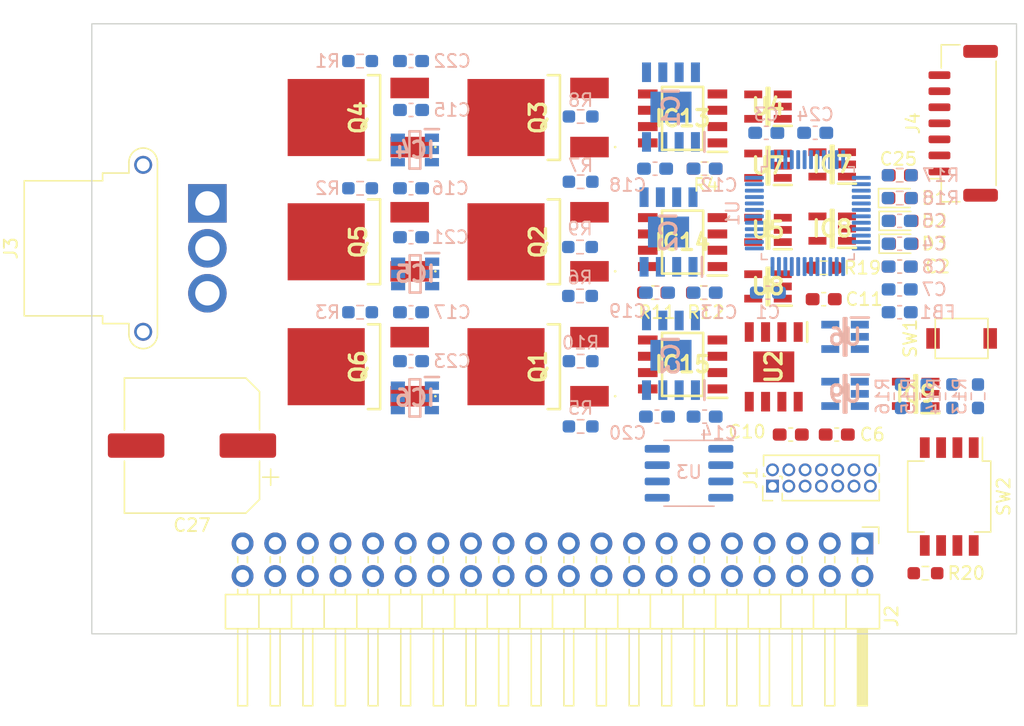
<source format=kicad_pcb>
(kicad_pcb (version 20221018) (generator pcbnew)
  (layers (0 "F.Cu" signal) (31 "B.Cu" signal) (34 "B.Paste" user) (35 "F.Paste" user) (36 "B.SilkS" user "B.Silkscreen") (37 "F.SilkS" user "F.Silkscreen") (38 "B.Mask" user) (39 "F.Mask" user) (44 "Edge.Cuts" user))
  (net 0 "")
  (net 1 "+3V3")
  (net 2 "GND")
  (net 3 "+3.3VADC")
  (net 4 "/MCU/NRST")
  (net 5 "/MCU/BOOT0")
  (net 6 "GNDPWR")
  (net 7 "+BATT")
  (net 8 "+12V")
  (net 9 "Net-(IC4-VINP)")
  (net 10 "Net-(IC5-VINP)")
  (net 11 "Net-(IC6-VINP)")
  (net 12 "/BRIDGE1/OUT")
  (net 13 "Net-(IC1-VB)")
  (net 14 "/BRIDGE2/OUT")
  (net 15 "Net-(IC2-VB)")
  (net 16 "/BRIDGE3/OUT")
  (net 17 "Net-(IC3-VB)")
  (net 18 "+3.3VA")
  (net 19 "/MCU/BATT_V")
  (net 20 "Net-(D1-K)")
  (net 21 "/LED_R")
  (net 22 "/LED_G")
  (net 23 "/LED_B")
  (net 24 "Net-(IC1-HO)")
  (net 25 "/BRIDGE1/HPWM_PWR")
  (net 26 "/BRIDGE1/LPWM_PWR")
  (net 27 "Net-(IC1-LO)")
  (net 28 "Net-(IC2-HO)")
  (net 29 "/BRIDGE2/HPWM_PWR")
  (net 30 "/BRIDGE2/LPWM_PWR")
  (net 31 "Net-(IC2-LO)")
  (net 32 "Net-(IC3-HO)")
  (net 33 "/BRIDGE3/HPWM_PWR")
  (net 34 "/BRIDGE3/LPWM_PWR")
  (net 35 "Net-(IC3-LO)")
  (net 36 "/BRIDGE1/I")
  (net 37 "/BRIDGE2/I")
  (net 38 "/BRIDGE3/I")
  (net 40 "/BRIDGE1/PWM")
  (net 41 "Net-(IC7-OUT_Y)")
  (net 43 "/BRIDGE2/PWM")
  (net 44 "Net-(IC8-OUT_Y)")
  (net 46 "/BRIDGE3/PWM")
  (net 47 "Net-(IC9-OUT_Y)")
  (net 48 "/BRIDGE1/HPWM")
  (net 49 "/BRIDGE1/LPWM")
  (net 50 "/BRIDGE2/HPWM")
  (net 51 "/BRIDGE2/LPWM")
  (net 52 "/BRIDGE3/HPWM")
  (net 53 "/BRIDGE3/LPWM")
  (net 54 "/MCU/SWDIO")
  (net 55 "/MCU/SWCLK")
  (net 56 "/MCU/SWO")
  (net 63 "/CANL")
  (net 64 "/CANH")
  (net 69 "+5V")
  (net 73 "/RM_ENC1")
  (net 74 "/RM_ENC2")
  (net 75 "Net-(Q1-G)")
  (net 76 "Net-(Q2-G)")
  (net 77 "Net-(Q3-G)")
  (net 78 "Net-(Q4-G)")
  (net 79 "Net-(Q5-G)")
  (net 80 "Net-(Q6-G)")
  (net 84 "/BRIDGE2/EN")
  (net 88 "/CAN/CAN_RX")
  (net 89 "/CAN/CAN_TX")
  (net 91 "/BRIDGE3/EN")
  (net 92 "/BRIDGE1/EN")
  (net 103 "Net-(J1-Pin_11)")
  (net 104 "/MCU/UART_TX")
  (net 105 "/MCU/UART_RX")
  (net 108 "OP_REF")
  (net 109 "/MCU/MODE1")
  (net 110 "/MCU/MODE2")
  (net 111 "/MCU/MODE3")
  (net 112 "/MCU/MODE4")
  (footprint "Resistor_SMD:R_0603_1608Metric_Pad0.98x0.95mm_HandSolder" (layer "F.Cu") (at 136.9315 82.36 180)
    (fp_text reference "R11" (at -0.1505 -1.524) (layer "F.SilkS"))
    (fp_text value "1k")
    (pad "1" smd roundrect (at -0.9125 0 180) (size 0.975 0.95) (layers "F.Cu" "F.Paste" "F.Mask") (net 108 "OP_REF"))
    (pad "2" smd roundrect (at 0.9125 0 180) (size 0.975 0.95) (layers "F.Cu" "F.Paste" "F.Mask") (net 18 "+3.3VA"))
  )
  (footprint "samacsys_lib:SOT95P275X140-5N" (layer "F.Cu") (at 145.726 77.474 180)
    (fp_text reference "U5" (at 0 0) (layer "F.SilkS") (effects (font (size 1.27 1.27) (thickness 0.254))))
    (fp_text value "74AHC1G08" hide)
    (pad "1" smd rect (at -1.15 -0.95 270) (size 0.6 1.4) (layers "F.Cu" "F.Paste" "F.Mask") (net 43 "/BRIDGE2/PWM"))
    (pad "2" smd rect (at -1.15 0 270) (size 0.6 1.4) (layers "F.Cu" "F.Paste" "F.Mask") (net 84 "/BRIDGE2/EN"))
    (pad "3" smd rect (at -1.15 0.95 270) (size 0.6 1.4) (layers "F.Cu" "F.Paste" "F.Mask") (net 2 "GND"))
    (pad "4" smd rect (at 1.15 0.95 270) (size 0.6 1.4) (layers "F.Cu" "F.Paste" "F.Mask") (net 50 "/BRIDGE2/HPWM"))
    (pad "5" smd rect (at 1.15 -0.95 270) (size 0.6 1.4) (layers "F.Cu" "F.Paste" "F.Mask") (net 1 "+3V3"))
  )
  (footprint "samacsys_lib:RD3P175SNFRATL" (layer "F.Cu") (at 127.576 78.399 90)
    (fp_text reference "Q2" (at 0 0.25 90) (layer "F.SilkS") (effects (font (size 1.27 1.27) (thickness 0.254))))
    (fp_text value "RD3L08BGNTL" hide)
    (pad "1" smd rect (at -2.3 4.25 90) (size 1.6 3) (layers "F.Cu" "F.Paste" "F.Mask") (net 76 "Net-(Q2-G)"))
    (pad "2" smd rect (at 0 -2.25 90) (size 6 6) (layers "F.Cu" "F.Paste" "F.Mask") (net 7 "+BATT"))
    (pad "3" smd rect (at 2.3 4.25 90) (size 1.6 3) (layers "F.Cu" "F.Paste" "F.Mask") (net 14 "/BRIDGE2/OUT"))
  )
  (footprint "samacsys_lib:SOIC127P600X175-8N" (layer "F.Cu") (at 139.076 68.794 180)
    (fp_text reference "IC13" (at 0 0) (layer "F.SilkS") (effects (font (size 1.27 1.27) (thickness 0.254))))
    (fp_text value "Si8620BB-B-IS" hide)
    (pad "1" smd rect (at -2.712 -1.905 270) (size 0.7 1.525) (layers "F.Cu" "F.Paste" "F.Mask") (net 1 "+3V3"))
    (pad "2" smd rect (at -2.712 -0.635 270) (size 0.7 1.525) (layers "F.Cu" "F.Paste" "F.Mask") (net 48 "/BRIDGE1/HPWM"))
    (pad "3" smd rect (at -2.712 0.635 270) (size 0.7 1.525) (layers "F.Cu" "F.Paste" "F.Mask") (net 49 "/BRIDGE1/LPWM"))
    (pad "4" smd rect (at -2.712 1.905 270) (size 0.7 1.525) (layers "F.Cu" "F.Paste" "F.Mask") (net 2 "GND"))
    (pad "5" smd rect (at 2.712 1.905 270) (size 0.7 1.525) (layers "F.Cu" "F.Paste" "F.Mask") (net 6 "GNDPWR"))
    (pad "6" smd rect (at 2.712 0.635 270) (size 0.7 1.525) (layers "F.Cu" "F.Paste" "F.Mask") (net 26 "/BRIDGE1/LPWM_PWR"))
    (pad "7" smd rect (at 2.712 -0.635 270) (size 0.7 1.525) (layers "F.Cu" "F.Paste" "F.Mask") (net 25 "/BRIDGE1/HPWM_PWR"))
    (pad "8" smd rect (at 2.712 -1.905 270) (size 0.7 1.525) (layers "F.Cu" "F.Paste" "F.Mask") (net 18 "+3.3VA"))
  )
  (footprint "samacsys_lib:SOIC127P600X100-9N" (layer "F.Cu") (at 146.171 88.136 -90)
    (fp_text reference "U2" (at 0 0 90) (layer "F.SilkS") (effects (font (size 1.27 1.27) (thickness 0.254))))
    (fp_text value "BDJ2FC0WEFJ-E2" hide)
    (pad "1" smd rect (at -2.712 -1.905) (size 0.7 1.525) (layers "F.Cu" "F.Paste" "F.Mask") (net 8 "+12V"))
    (pad "2" smd rect (at -2.712 -0.635) (size 0.7 1.525) (layers "F.Cu" "F.Paste" "F.Mask"))
    (pad "3" smd rect (at -2.712 0.635) (size 0.7 1.525) (layers "F.Cu" "F.Paste" "F.Mask") (net 6 "GNDPWR"))
    (pad "4" smd rect (at -2.712 1.905) (size 0.7 1.525) (layers "F.Cu" "F.Paste" "F.Mask"))
    (pad "5" smd rect (at 2.712 1.905) (size 0.7 1.525) (layers "F.Cu" "F.Paste" "F.Mask") (net 7 "+BATT"))
    (pad "6" smd rect (at 2.712 0.635) (size 0.7 1.525) (layers "F.Cu" "F.Paste" "F.Mask"))
    (pad "7" smd rect (at 2.712 -0.635) (size 0.7 1.525) (layers "F.Cu" "F.Paste" "F.Mask"))
    (pad "8" smd rect (at 2.712 -1.905) (size 0.7 1.525) (layers "F.Cu" "F.Paste" "F.Mask") (net 7 "+BATT"))
    (pad "9" smd rect (at 0 0 270) (size 2.4 3.2) (layers "F.Cu" "F.Paste" "F.Mask") (net 6 "GNDPWR"))
  )
  (footprint "samacsys_lib:SOT95P275X140-5N" (layer "F.Cu") (at 150.726 72.374 180)
    (fp_text reference "IC7" (at 0 0) (layer "F.SilkS") (effects (font (size 1.27 1.27) (thickness 0.254))))
    (fp_text value "TC7S14F,LF" hide)
    (pad "1" smd rect (at -1.15 -0.95 270) (size 0.6 1.4) (layers "F.Cu" "F.Paste" "F.Mask"))
    (pad "2" smd rect (at -1.15 0 270) (size 0.6 1.4) (layers "F.Cu" "F.Paste" "F.Mask") (net 40 "/BRIDGE1/PWM"))
    (pad "3" smd rect (at -1.15 0.95 270) (size 0.6 1.4) (layers "F.Cu" "F.Paste" "F.Mask") (net 2 "GND"))
    (pad "4" smd rect (at 1.15 0.95 270) (size 0.6 1.4) (layers "F.Cu" "F.Paste" "F.Mask") (net 41 "Net-(IC7-OUT_Y)"))
    (pad "5" smd rect (at 1.15 -0.95 270) (size 0.6 1.4) (layers "F.Cu" "F.Paste" "F.Mask") (net 1 "+3V3"))
  )
  (footprint "samacsys_lib:SOIC127P600X175-8N" (layer "F.Cu") (at 139.076 78.424 180)
    (fp_text reference "IC14" (at 0 0) (layer "F.SilkS") (effects (font (size 1.27 1.27) (thickness 0.254))))
    (fp_text value "Si8620BB-B-IS" hide)
    (pad "1" smd rect (at -2.712 -1.905 270) (size 0.7 1.525) (layers "F.Cu" "F.Paste" "F.Mask") (net 1 "+3V3"))
    (pad "2" smd rect (at -2.712 -0.635 270) (size 0.7 1.525) (layers "F.Cu" "F.Paste" "F.Mask") (net 50 "/BRIDGE2/HPWM"))
    (pad "3" smd rect (at -2.712 0.635 270) (size 0.7 1.525) (layers "F.Cu" "F.Paste" "F.Mask") (net 51 "/BRIDGE2/LPWM"))
    (pad "4" smd rect (at -2.712 1.905 270) (size 0.7 1.525) (layers "F.Cu" "F.Paste" "F.Mask") (net 2 "GND"))
    (pad "5" smd rect (at 2.712 1.905 270) (size 0.7 1.525) (layers "F.Cu" "F.Paste" "F.Mask") (net 6 "GNDPWR"))
    (pad "6" smd rect (at 2.712 0.635 270) (size 0.7 1.525) (layers "F.Cu" "F.Paste" "F.Mask") (net 30 "/BRIDGE2/LPWM_PWR"))
    (pad "7" smd rect (at 2.712 -0.635 270) (size 0.7 1.525) (layers "F.Cu" "F.Paste" "F.Mask") (net 29 "/BRIDGE2/HPWM_PWR"))
    (pad "8" smd rect (at 2.712 -1.905 270) (size 0.7 1.525) (layers "F.Cu" "F.Paste" "F.Mask") (net 18 "+3.3VA"))
  )
  (footprint "Capacitor_SMD:C_0603_1608Metric_Pad1.08x0.95mm_HandSolder" (layer "F.Cu") (at 147.496 93.409)
    (fp_text reference "C10" (at -3.4025 -0.22) (layer "F.SilkS"))
    (fp_text value "1u")
    (pad "1" smd roundrect (at -0.8625 0) (size 1.075 0.95) (layers "F.Cu" "F.Paste" "F.Mask") (net 6 "GNDPWR"))
    (pad "2" smd roundrect (at 0.8625 0) (size 1.075 0.95) (layers "F.Cu" "F.Paste" "F.Mask") (net 7 "+BATT"))
  )
  (footprint "d_robo_lib:AMASS_MR30PW-FB_1x03_P3.50mm_Horizontal" (layer "F.Cu") (at 102.076 75.408 90)
    (fp_text reference "J3" (at -3.5 -15.3 90) (layer "F.SilkS"))
    (fp_text value "BLMD_OUT")
    (pad "" thru_hole circle (at -10 -5 90) (size 1.4 1.4) (drill 1) (layers "*.Cu" "*.Mask"))
    (pad "" thru_hole circle (at 3 -5 180) (size 1.4 1.4) (drill 1) (layers "*.Cu" "*.Mask"))
    (pad "1" thru_hole rect (at 0 0 90) (size 3 3) (drill 1.9) (layers "*.Cu" "*.Mask") (net 12 "/BRIDGE1/OUT"))
    (pad "2" thru_hole circle (at -3.5 0 90) (size 3 3) (drill 1.9) (layers "*.Cu" "*.Mask") (net 14 "/BRIDGE2/OUT"))
    (pad "3" thru_hole circle (at -7 0 90) (size 3 3) (drill 1.9) (layers "*.Cu" "*.Mask") (net 16 "/BRIDGE3/OUT"))
  )
  (footprint "samacsys_lib:RD3P175SNFRATL" (layer "F.Cu") (at 113.576 78.399 90)
    (fp_text reference "Q5" (at 0 0.25 90) (layer "F.SilkS") (effects (font (size 1.27 1.27) (thickness 0.254))))
    (fp_text value "RD3L08BGNTL" hide)
    (pad "1" smd rect (at -2.3 4.25 90) (size 1.6 3) (layers "F.Cu" "F.Paste" "F.Mask") (net 79 "Net-(Q5-G)"))
    (pad "2" smd rect (at 0 -2.25 90) (size 6 6) (layers "F.Cu" "F.Paste" "F.Mask") (net 14 "/BRIDGE2/OUT"))
    (pad "3" smd rect (at 2.3 4.25 90) (size 1.6 3) (layers "F.Cu" "F.Paste" "F.Mask") (net 10 "Net-(IC5-VINP)"))
  )
  (footprint "samacsys_lib:RD3P175SNFRATL" (layer "F.Cu") (at 127.576 88.124 90)
    (fp_text reference "Q1" (at 0 0.25 90) (layer "F.SilkS") (effects (font (size 1.27 1.27) (thickness 0.254))))
    (fp_text value "RD3L08BGNTL" hide)
    (pad "1" smd rect (at -2.3 4.25 90) (size 1.6 3) (layers "F.Cu" "F.Paste" "F.Mask") (net 75 "Net-(Q1-G)"))
    (pad "2" smd rect (at 0 -2.25 90) (size 6 6) (layers "F.Cu" "F.Paste" "F.Mask") (net 7 "+BATT"))
    (pad "3" smd rect (at 2.3 4.25 90) (size 1.6 3) (layers "F.Cu" "F.Paste" "F.Mask") (net 12 "/BRIDGE1/OUT"))
  )
  (footprint "Capacitor_SMD:C_0603_1608Metric_Pad1.08x0.95mm_HandSolder" (layer "F.Cu") (at 155.9785 80.328)
    (fp_text reference "C2" (at 2.9475 0) (layer "F.SilkS"))
    (fp_text value "100n")
    (pad "1" smd roundrect (at -0.8625 0) (size 1.075 0.95) (layers "F.Cu" "F.Paste" "F.Mask") (net 1 "+3V3"))
    (pad "2" smd roundrect (at 0.8625 0) (size 1.075 0.95) (layers "F.Cu" "F.Paste" "F.Mask") (net 2 "GND"))
  )
  (footprint "samacsys_lib:RD3P175SNFRATL" (layer "F.Cu") (at 113.576 88.124 90)
    (fp_text reference "Q6" (at 0 0.25 90) (layer "F.SilkS") (effects (font (size 1.27 1.27) (thickness 0.254))))
    (fp_text value "RD3L08BGNTL" hide)
    (pad "1" smd rect (at -2.3 4.25 90) (size 1.6 3) (layers "F.Cu" "F.Paste" "F.Mask") (net 80 "Net-(Q6-G)"))
    (pad "2" smd rect (at 0 -2.25 90) (size 6 6) (layers "F.Cu" "F.Paste" "F.Mask") (net 16 "/BRIDGE3/OUT"))
    (pad "3" smd rect (at 2.3 4.25 90) (size 1.6 3) (layers "F.Cu" "F.Paste" "F.Mask") (net 11 "Net-(IC6-VINP)"))
  )
  (footprint "Capacitor_SMD:C_0603_1608Metric_Pad1.08x0.95mm_HandSolder" (layer "F.Cu") (at 150.0625 82.868)
    (fp_text reference "C11" (at 3.1485 0) (layer "F.SilkS"))
    (fp_text value "1u")
    (pad "1" smd roundrect (at -0.8625 0) (size 1.075 0.95) (layers "F.Cu" "F.Paste" "F.Mask") (net 6 "GNDPWR"))
    (pad "2" smd roundrect (at 0.8625 0) (size 1.075 0.95) (layers "F.Cu" "F.Paste" "F.Mask") (net 8 "+12V"))
  )
  (footprint "Resistor_SMD:R_0603_1608Metric_Pad0.98x0.95mm_HandSolder" (layer "F.Cu") (at 150.0625 80.424)
    (fp_text reference "R19" (at 3.0135 0) (layer "F.SilkS"))
    (fp_text value "1k")
    (pad "1" smd roundrect (at -0.9125 0) (size 0.975 0.95) (layers "F.Cu" "F.Paste" "F.Mask") (net 2 "GND"))
    (pad "2" smd roundrect (at 0.9125 0) (size 0.975 0.95) (layers "F.Cu" "F.Paste" "F.Mask") (net 20 "Net-(D1-K)"))
  )
  (footprint "Resistor_SMD:R_0603_1608Metric_Pad0.98x0.95mm_HandSolder" (layer "F.Cu") (at 140.7885 72.708 180)
    (fp_text reference "R4" (at -0.1035 -1.27) (layer "F.SilkS"))
    (fp_text value "10k")
    (pad "1" smd roundrect (at -0.9125 0 180) (size 0.975 0.95) (layers "F.Cu" "F.Paste" "F.Mask") (net 2 "GND"))
    (pad "2" smd roundrect (at 0.9125 0 180) (size 0.975 0.95) (layers "F.Cu" "F.Paste" "F.Mask") (net 5 "/MCU/BOOT0"))
  )
  (footprint "samacsys_lib:SOIC127P600X175-8N" (layer "F.Cu") (at 139.076 87.949 180)
    (fp_text reference "IC15" (at 0 0) (layer "F.SilkS") (effects (font (size 1.27 1.27) (thickness 0.254))))
    (fp_text value "Si8620BB-B-IS" hide)
    (pad "1" smd rect (at -2.712 -1.905 270) (size 0.7 1.525) (layers "F.Cu" "F.Paste" "F.Mask") (net 1 "+3V3"))
    (pad "2" smd rect (at -2.712 -0.635 270) (size 0.7 1.525) (layers "F.Cu" "F.Paste" "F.Mask") (net 52 "/BRIDGE3/HPWM"))
    (pad "3" smd rect (at -2.712 0.635 270) (size 0.7 1.525) (layers "F.Cu" "F.Paste" "F.Mask") (net 53 "/BRIDGE3/LPWM"))
    (pad "4" smd rect (at -2.712 1.905 270) (size 0.7 1.525) (layers "F.Cu" "F.Paste" "F.Mask") (net 2 "GND"))
    (pad "5" smd rect (at 2.712 1.905 270) (size 0.7 1.525) (layers "F.Cu" "F.Paste" "F.Mask") (net 6 "GNDPWR"))
    (pad "6" smd rect (at 2.712 0.635 270) (size 0.7 1.525) (layers "F.Cu" "F.Paste" "F.Mask") (net 34 "/BRIDGE3/LPWM_PWR"))
    (pad "7" smd rect (at 2.712 -0.635 270) (size 0.7 1.525) (layers "F.Cu" "F.Paste" "F.Mask") (net 33 "/BRIDGE3/HPWM_PWR"))
    (pad "8" smd rect (at 2.712 -1.905 270) (size 0.7 1.525) (layers "F.Cu" "F.Paste" "F.Mask") (net 18 "+3.3VA"))
  )
  (footprint "samacsys_lib:RD3P175SNFRATL" (layer "F.Cu") (at 113.576 68.724 90)
    (fp_text reference "Q4" (at 0 0.25 90) (layer "F.SilkS") (effects (font (size 1.27 1.27) (thickness 0.254))))
    (fp_text value "RD3L08BGNTL" hide)
    (pad "1" smd rect (at -2.3 4.25 90) (size 1.6 3) (layers "F.Cu" "F.Paste" "F.Mask") (net 78 "Net-(Q4-G)"))
    (pad "2" smd rect (at 0 -2.25 90) (size 6 6) (layers "F.Cu" "F.Paste" "F.Mask") (net 12 "/BRIDGE1/OUT"))
    (pad "3" smd rect (at 2.3 4.25 90) (size 1.6 3) (layers "F.Cu" "F.Paste" "F.Mask") (net 9 "Net-(IC4-VINP)"))
  )
  (footprint "Capacitor_SMD:C_0603_1608Metric_Pad1.08x0.95mm_HandSolder" (layer "F.Cu") (at 151.0785 93.409)
    (fp_text reference "C6" (at 2.7675 0) (layer "F.SilkS"))
    (fp_text value "100n")
    (pad "1" smd roundrect (at -0.8625 0) (size 1.075 0.95) (layers "F.Cu" "F.Paste" "F.Mask") (net 4 "/MCU/NRST"))
    (pad "2" smd roundrect (at 0.8625 0) (size 1.075 0.95) (layers "F.Cu" "F.Paste" "F.Mask") (net 2 "GND"))
  )
  (footprint "LED_SMD:LED_0603_1608Metric_Pad1.05x0.95mm_HandSolder" (layer "F.Cu") (at 156.03707 78.55)
    (fp_text reference "D3" (at 2.63493 0) (layer "F.SilkS"))
    (fp_text value "blue")
    (pad "1" smd roundrect (at -0.875 0) (size 1.05 0.95) (layers "F.Cu" "F.Paste" "F.Mask") (net 20 "Net-(D1-K)"))
    (pad "2" smd roundrect (at 0.875 0) (size 1.05 0.95) (layers "F.Cu" "F.Paste" "F.Mask") (net 23 "/LED_B"))
  )
  (footprint "Connector_JST:JST_GH_SM07B-GHS-TB_1x07-1MP_P1.25mm_Horizontal" (layer "F.Cu") (at 160.926 69.174 90)
    (fp_text reference "J4" (at 0 -3.9 90) (layer "F.SilkS"))
    (fp_text value "Conn_01x07_MountingPin")
    (pad "1" smd roundrect (at -3.75 -1.85 90) (size 0.6 1.7) (layers "F.Cu" "F.Paste" "F.Mask"))
    (pad "2" smd roundrect (at -2.5 -1.85 90) (size 0.6 1.7) (layers "F.Cu" "F.Paste" "F.Mask"))
    (pad "3" smd roundrect (at -1.25 -1.85 90) (size 0.6 1.7) (layers "F.Cu" "F.Paste" "F.Mask"))
    (pad "4" smd roundrect (at 0 -1.85 90) (size 0.6 1.7) (layers "F.Cu" "F.Paste" "F.Mask") (net 73 "/RM_ENC1"))
    (pad "5" smd roundrect (at 1.25 -1.85 90) (size 0.6 1.7) (layers "F.Cu" "F.Paste" "F.Mask") (net 2 "GND"))
    (pad "6" smd roundrect (at 2.5 -1.85 90) (size 0.6 1.7) (layers "F.Cu" "F.Paste" "F.Mask") (net 74 "/RM_ENC2"))
    (pad "7" smd roundrect (at 3.75 -1.85 90) (size 0.6 1.7) (layers "F.Cu" "F.Paste" "F.Mask") (net 1 "+3V3"))
    (pad "MP" smd roundrect (at -5.6 1.35 90) (size 1 2.7) (layers "F.Cu" "F.Paste" "F.Mask") (net 2 "GND"))
    (pad "MP" smd roundrect (at 5.6 1.35 90) (size 1 2.7) (layers "F.Cu" "F.Paste" "F.Mask") (net 2 "GND"))
  )
  (footprint "Capacitor_SMD:C_0603_1608Metric_Pad1.08x0.95mm_HandSolder" (layer "F.Cu") (at 155.991 73.216)
    (fp_text reference "C25" (at -0.113 -1.27) (layer "F.SilkS"))
    (fp_text value "100n")
    (pad "1" smd roundrect (at -0.8625 0) (size 1.075 0.95) (layers "F.Cu" "F.Paste" "F.Mask") (net 19 "/MCU/BATT_V"))
    (pad "2" smd roundrect (at 0.8625 0) (size 1.075 0.95) (layers "F.Cu" "F.Paste" "F.Mask") (net 6 "GNDPWR"))
  )
  (footprint "samacsys_lib:RD3P175SNFRATL" (layer "F.Cu") (at 127.576 68.724 90)
    (fp_text reference "Q3" (at 0 0.25 90) (layer "F.SilkS") (effects (font (size 1.27 1.27) (thickness 0.254))))
    (fp_text value "RD3L08BGNTL" hide)
    (pad "1" smd rect (at -2.3 4.25 90) (size 1.6 3) (layers "F.Cu" "F.Paste" "F.Mask") (net 77 "Net-(Q3-G)"))
    (pad "2" smd rect (at 0 -2.25 90) (size 6 6) (layers "F.Cu" "F.Paste" "F.Mask") (net 7 "+BATT"))
    (pad "3" smd rect (at 2.3 4.25 90) (size 1.6 3) (layers "F.Cu" "F.Paste" "F.Mask") (net 16 "/BRIDGE3/OUT"))
  )
  (footprint "samacsys_lib:SOT95P275X140-5N" (layer "F.Cu") (at 145.726 67.874 180)
    (fp_text reference "U4" (at 0 0) (layer "F.SilkS") (effects (font (size 1.27 1.27) (thickness 0.254))))
    (fp_text value "74AHC1G08" hide)
    (pad "1" smd rect (at -1.15 -0.95 270) (size 0.6 1.4) (layers "F.Cu" "F.Paste" "F.Mask") (net 40 "/BRIDGE1/PWM"))
    (pad "2" smd rect (at -1.15 0 270) (size 0.6 1.4) (layers "F.Cu" "F.Paste" "F.Mask") (net 92 "/BRIDGE1/EN"))
    (pad "3" smd rect (at -1.15 0.95 270) (size 0.6 1.4) (layers "F.Cu" "F.Paste" "F.Mask") (net 2 "GND"))
    (pad "4" smd rect (at 1.15 0.95 270) (size 0.6 1.4) (layers "F.Cu" "F.Paste" "F.Mask") (net 48 "/BRIDGE1/HPWM"))
    (pad "5" smd rect (at 1.15 -0.95 270) (size 0.6 1.4) (layers "F.Cu" "F.Paste" "F.Mask") (net 1 "+3V3"))
  )
  (footprint "Resistor_SMD:R_0603_1608Metric_Pad0.98x0.95mm_HandSolder" (layer "F.Cu") (at 140.7415 82.36)
    (fp_text reference "R12" (at 0.1505 1.524) (layer "F.SilkS"))
    (fp_text value "1k")
    (pad "1" smd roundrect (at -0.9125 0) (size 0.975 0.95) (layers "F.Cu" "F.Paste" "F.Mask") (net 6 "GNDPWR"))
    (pad "2" smd roundrect (at 0.9125 0) (size 0.975 0.95) (layers "F.Cu" "F.Paste" "F.Mask") (net 108 "OP_REF"))
  )
  (footprint "Connector_PinHeader_2.54mm:PinHeader_2x20_P2.54mm_Horizontal" (layer "F.Cu") (at 153.076 101.884 -90)
    (fp_text reference "J2" (at 5.655 -2.27 90) (layer "F.SilkS"))
    (fp_text value "Conn_02x20_Odd_Even")
    (pad "1" thru_hole rect (at 0 0 270) (size 1.7 1.7) (drill 1) (layers "*.Cu" "*.Mask"))
    (pad "2" thru_hole oval (at 2.54 0 270) (size 1.7 1.7) (drill 1) (layers "*.Cu" "*.Mask"))
    (pad "3" thru_hole oval (at 0 2.54 270) (size 1.7 1.7) (drill 1) (layers "*.Cu" "*.Mask"))
    (pad "4" thru_hole oval (at 2.54 2.54 270) (size 1.7 1.7) (drill 1) (layers "*.Cu" "*.Mask"))
    (pad "5" thru_hole oval (at 0 5.08 270) (size 1.7 1.7) (drill 1) (layers "*.Cu" "*.Mask"))
    (pad "6" thru_hole oval (at 2.54 5.08 270) (size 1.7 1.7) (drill 1) (layers "*.Cu" "*.Mask"))
    (pad "7" thru_hole oval (at 0 7.62 270) (size 1.7 1.7) (drill 1) (layers "*.Cu" "*.Mask") (net 63 "/CANL"))
    (pad "8" thru_hole oval (at 2.54 7.62 270) (size 1.7 1.7) (drill 1) (layers "*.Cu" "*.Mask") (net 63 "/CANL"))
    (pad "9" thru_hole oval (at 0 10.16 270) (size 1.7 1.7) (drill 1) (layers "*.Cu" "*.Mask") (net 64 "/CANH"))
    (pad "10" thru_hole oval (at 2.54 10.16 270) (size 1.7 1.7) (drill 1) (layers "*.Cu" "*.Mask") (net 64 "/CANH"))
    (pad "11" thru_hole oval (at 0 12.7 270) (size 1.7 1.7) (drill 1) (layers "*.Cu" "*.Mask") (net 1 "+3V3"))
    (pad "12" thru_hole oval (at 2.54 12.7 270) (size 1.7 1.7) (drill 1) (layers "*.Cu" "*.Mask") (net 1 "+3V3"))
    (pad "13" thru_hole oval (at 0 15.24 270) (size 1.7 1.7) (drill 1) (layers "*.Cu" "*.Mask"))
    (pad "14" thru_hole oval (at 2.54 15.24 270) (size 1.7 1.7) (drill 1) (layers "*.Cu" "*.Mask"))
    (pad "15" thru_hole oval (at 0 17.78 270) (size 1.7 1.7) (drill 1) (layers "*.Cu" "*.Mask"))
    (pad "16" thru_hole oval (at 2.54 17.78 270) (size 1.7 1.7) (drill 1) (layers "*.Cu" "*.Mask"))
    (pad "17" thru_hole oval (at 0 20.32 270) (size 1.7 1.7) (drill 1) (layers "*.Cu" "*.Mask") (net 69 "+5V"))
    (pad "18" thru_hole oval (at 2.54 20.32 270) (size 1.7 1.7) (drill 1) (layers "*.Cu" "*.Mask") (net 69 "+5V"))
    (pad "19" thru_hole oval (at 0 22.86 270) (size 1.7 1.7) (drill 1) (layers "*.Cu" "*.Mask") (net 2 "GND"))
    (pad "20" thru_hole oval (at 2.54 22.86 270) (size 1.7 1.7) (drill 1) (layers "*.Cu" "*.Mask") (net 2 "GND"))
    (pad "21" thru_hole oval (at 0 25.4 270) (size 1.7 1.7) (drill 1) (layers "*.Cu" "*.Mask") (net 7 "+BATT"))
    (pad "22" thru_hole oval (at 2.54 25.4 270) (size 1.7 1.7) (drill 1) (layers "*.Cu" "*.Mask") (net 7 "+BATT"))
    (pad "23" thru_hole oval (at 0 27.94 270) (size 1.7 1.7) (drill 1) (layers "*.Cu" "*.Mask") (net 7 "+BATT"))
    (pad "24" thru_hole oval (at 2.54 27.94 270) (size 1.7 1.7) (drill 1) (layers "*.Cu" "*.Mask") (net 7 "+BATT"))
    (pad "25" thru_hole oval (at 0 30.48 270) (size 1.7 1.7) (drill 1) (layers "*.Cu" "*.Mask") (net 7 "+BATT"))
    (pad "26" thru_hole oval (at 2.54 30.48 270) (size 1.7 1.7) (drill 1) (layers "*.Cu" "*.Mask") (net 7 "+BATT"))
    (pad "27" thru_hole oval (at 0 33.02 270) (size 1.7 1.7) (drill 1) (layers "*.Cu" "*.Mask") (net 7 "+BATT"))
    (pad "28" thru_hole oval (at 2.54 33.02 270) (size 1.7 1.7) (drill 1) (layers "*.Cu" "*.Mask") (net 7 "+BATT"))
    (pad "29" thru_hole oval (at 0 35.56 270) (size 1.7 1.7) (drill 1) (layers "*.Cu" "*.Mask") (net 7 "+BATT"))
    (pad "30" thru_hole oval (at 2.54 35.56 270) (size 1.7 1.7) (drill 1) (layers "*.Cu" "*.Mask") (net 7 "+BATT"))
    (pad "31" thru_hole oval (at 0 38.1 270) (size 1.7 1.7) (drill 1) (layers "*.Cu" "*.Mask") (net 6 "GNDPWR"))
    (pad "32" thru_hole oval (at 2.54 38.1 270) (size 1.7 1.7) (drill 1) (layers "*.Cu" "*.Mask") (net 6 "GNDPWR"))
    (pad "33" thru_hole oval (at 0 40.64 270) (size 1.7 1.7) (drill 1) (layers "*.Cu" "*.Mask") (net 6 "GNDPWR"))
    (pad "34" thru_hole oval (at 2.54 40.64 270) (size 1.7 1.7) (drill 1) (layers "*.Cu" "*.Mask") (net 6 "GNDPWR"))
    (pad "35" thru_hole oval (at 0 43.18 270) (size 1.7 1.7) (drill 1) (layers "*.Cu" "*.Mask") (net 6 "GNDPWR"))
    (pad "36" thru_hole oval (at 2.54 43.18 270) (size 1.7 1.7) (drill 1) (layers "*.Cu" "*.Mask") (net 6 "GNDPWR"))
    (pad "37" thru_hole oval (at 0 45.72 270) (size 1.7 1.7) (drill 1) (layers "*.Cu" "*.Mask") (net 6 "GNDPWR"))
    (pad "38" thru_hole oval (at 2.54 45.72 270) (size 1.7 1.7) (drill 1) (layers "*.Cu" "*.Mask") (net 6 "GNDPWR"))
    (pad "39" thru_hole oval (at 0 48.26 270) (size 1.7 1.7) (drill 1) (layers "*.Cu" "*.Mask") (net 6 "GNDPWR"))
    (pad "40" thru_hole oval (at 2.54 48.26 270) (size 1.7 1.7) (drill 1) (layers "*.Cu" "*.Mask") (net 6 "GNDPWR"))
  )
  (footprint "d_robo_lib:TVAF06-A020B-R" (layer "F.Cu") (at 160.801 85.924 -90)
    (fp_text reference "SW1" (at 0 4 90) (layer "F.SilkS"))
    (fp_text value "SW_Push")
    (pad "" np_thru_hole circle (at -0.9 0 270) (size 0.75 0.75) (drill 0.75) (layers "*.Cu" "*.Mask"))
    (pad "" np_thru_hole circle (at 0.9 0 270) (size 0.75 0.75) (drill 0.75) (layers "*.Cu" "*.Mask"))
    (pad "1" smd rect (at 0 -2.225 270) (size 1.6 1.05) (layers "F.Cu" "F.Paste" "F.Mask") (net 2 "GND"))
    (pad "2" smd rect (at 0 2.225 270) (size 1.6 1.05) (layers "F.Cu" "F.Paste" "F.Mask") (net 4 "/MCU/NRST"))
  )
  (footprint "Button_Switch_SMD:SW_DIP_SPSTx04_Slide_Copal_CHS-04B_W7.62mm_P1.27mm" (layer "F.Cu") (at 159.838 98.234 -90)
    (fp_text reference "SW2" (at 0 -4.235 90) (layer "F.SilkS"))
    (fp_text value "SW_DIP_x04")
    (pad "1" smd rect (at -3.81 -1.905 270) (size 1.6 0.76) (layers "F.Cu" "F.Paste" "F.Mask") (net 109 "/MCU/MODE1"))
    (pad "2" smd rect (at -3.81 -0.635 270) (size 1.6 0.76) (layers "F.Cu" "F.Paste" "F.Mask") (net 110 "/MCU/MODE2"))
    (pad "3" smd rect (at -3.81 0.635 270) (size 1.6 0.76) (layers "F.Cu" "F.Paste" "F.Mask") (net 111 "/MCU/MODE3"))
    (pad "4" smd rect (at -3.81 1.905 270) (size 1.6 0.76) (layers "F.Cu" "F.Paste" "F.Mask") (net 112 "/MCU/MODE4"))
    (pad "5" smd rect (at 3.81 1.905 270) (size 1.6 0.76) (layers "F.Cu" "F.Paste" "F.Mask") (net 2 "GND"))
    (pad "6" smd rect (at 3.81 0.635 270) (size 1.6 0.76) (layers "F.Cu" "F.Paste" "F.Mask") (net 2 "GND"))
    (pad "7" smd rect (at 3.81 -0.635 270) (size 1.6 0.76) (layers "F.Cu" "F.Paste" "F.Mask") (net 2 "GND"))
    (pad "8" smd rect (at 3.81 -1.905 270) (size 1.6 0.76) (layers "F.Cu" "F.Paste" "F.Mask") (net 2 "GND"))
  )
  (footprint "Resistor_SMD:R_0603_1608Metric_Pad0.98x0.95mm_HandSolder" (layer "F.Cu") (at 157.988 104.204 180)
    (fp_text reference "R20" (at -3.175 0) (layer "F.SilkS"))
    (fp_text value "100")
    (pad "1" smd roundrect (at -0.9125 0 180) (size 0.975 0.95) (layers "F.Cu" "F.Paste" "F.Mask") (net 2 "GND"))
    (pad "2" smd roundrect (at 0.9125 0 180) (size 0.975 0.95) (layers "F.Cu" "F.Paste" "F.Mask") (net 103 "Net-(J1-Pin_11)"))
  )
  (footprint "samacsys_lib:SOT95P275X140-5N" (layer "F.Cu") (at 150.726 77.374 180)
    (fp_text reference "IC8" (at 0 0) (layer "F.SilkS") (effects (font (size 1.27 1.27) (thickness 0.254))))
    (fp_text value "TC7S14F,LF" hide)
    (pad "1" smd rect (at -1.15 -0.95 270) (size 0.6 1.4) (layers "F.Cu" "F.Paste" "F.Mask"))
    (pad "2" smd rect (at -1.15 0 270) (size 0.6 1.4) (layers "F.Cu" "F.Paste" "F.Mask") (net 43 "/BRIDGE2/PWM"))
    (pad "3" smd rect (at -1.15 0.95 270) (size 0.6 1.4) (layers "F.Cu" "F.Paste" "F.Mask") (net 2 "GND"))
    (pad "4" smd rect (at 1.15 0.95 270) (size 0.6 1.4) (layers "F.Cu" "F.Paste" "F.Mask") (net 44 "Net-(IC8-OUT_Y)"))
    (pad "5" smd rect (at 1.15 -0.95 270) (size 0.6 1.4) (layers "F.Cu" "F.Paste" "F.Mask") (net 1 "+3V3"))
  )
  (footprint "samacsys_lib:SOT95P275X140-5N" (layer "F.Cu") (at 157.226 90.239 180)
    (fp_text reference "IC9" (at 0 0) (layer "F.SilkS") (effects (font (size 1.27 1.27) (thickness 0.254))))
    (fp_text value "TC7S14F,LF" hide)
    (pad "1" smd rect (at -1.15 -0.95 270) (size 0.6 1.4) (layers "F.Cu" "F.Paste" "F.Mask"))
    (pad "2" smd rect (at -1.15 0 270) (size 0.6 1.4) (layers "F.Cu" "F.Paste" "F.Mask") (net 46 "/BRIDGE3/PWM"))
    (pad "3" smd rect (at -1.15 0.95 270) (size 0.6 1.4) (layers "F.Cu" "F.Paste" "F.Mask") (net 2 "GND"))
    (pad "4" smd rect (at 1.15 0.95 270) (size 0.6 1.4) (layers "F.Cu" "F.Paste" "F.Mask") (net 47 "Net-(IC9-OUT_Y)"))
    (pad "5" smd rect (at 1.15 -0.95 270) (size 0.6 1.4) (layers "F.Cu" "F.Paste" "F.Mask") (net 1 "+3V3"))
  )
  (footprint "LED_SMD:LED_0603_1608Metric_Pad1.05x0.95mm_HandSolder" (layer "F.Cu") (at 156.03707 76.772)
    (fp_text reference "D2" (at 2.63493 0) (layer "F.SilkS"))
    (fp_text value "green")
    (pad "1" smd roundrect (at -0.875 0) (size 1.05 0.95) (layers "F.Cu" "F.Paste" "F.Mask") (net 20 "Net-(D1-K)"))
    (pad "2" smd roundrect (at 0.875 0) (size 1.05 0.95) (layers "F.Cu" "F.Paste" "F.Mask") (net 22 "/LED_G"))
  )
  (footprint "LED_SMD:LED_0603_1608Metric_Pad1.05x0.95mm_HandSolder" (layer "F.Cu") (at 155.991 74.994)
    (fp_text reference "D1" (at 2.681 0) (layer "F.SilkS"))
    (fp_text value "red")
    (pad "1" smd roundrect (at -0.875 0) (size 1.05 0.95) (layers "F.Cu" "F.Paste" "F.Mask") (net 20 "Net-(D1-K)"))
    (pad "2" smd roundrect (at 0.875 0) (size 1.05 0.95) (layers "F.Cu" "F.Paste" "F.Mask") (net 21 "/LED_R"))
  )
  (footprint "Connector_PinHeader_1.27mm:PinHeader_2x07_P1.27mm_Vertical" (layer "F.Cu") (at 146.076 97.424 90)
    (fp_text reference "J1" (at 0.635 -1.695 90) (layer "F.SilkS"))
    (fp_text value "Conn_02x07_Odd_Even")
    (pad "1" thru_hole rect (at 0 0 90) (size 1 1) (drill 0.65) (layers "*.Cu" "*.Mask"))
    (pad "2" thru_hole oval (at 1.27 0 90) (size 1 1) (drill 0.65) (layers "*.Cu" "*.Mask"))
    (pad "3" thru_hole oval (at 0 1.27 90) (size 1 1) (drill 0.65) (layers "*.Cu" "*.Mask") (net 1 "+3V3"))
    (pad "4" thru_hole oval (at 1.27 1.27 90) (size 1 1) (drill 0.65) (layers "*.Cu" "*.Mask") (net 54 "/MCU/SWDIO"))
    (pad "5" thru_hole oval (at 0 2.54 90) (size 1 1) (drill 0.65) (layers "*.Cu" "*.Mask") (net 2 "GND"))
    (pad "6" thru_hole oval (at 1.27 2.54 90) (size 1 1) (drill 0.65) (layers "*.Cu" "*.Mask") (net 55 "/MCU/SWCLK"))
    (pad "7" thru_hole oval (at 0 3.81 90) (size 1 1) (drill 0.65) (layers "*.Cu" "*.Mask") (net 2 "GND"))
    (pad "8" thru_hole oval (at 1.27 3.81 90) (size 1 1) (drill 0.65) (layers "*.Cu" "*.Mask") (net 56 "/MCU/SWO"))
    (pad "9" thru_hole oval (at 0 5.08 90) (size 1 1) (drill 0.65) (layers "*.Cu" "*.Mask"))
    (pad "10" thru_hole oval (at 1.27 5.08 90) (size 1 1) (drill 0.65) (layers "*.Cu" "*.Mask"))
    (pad "11" thru_hole oval (at 0 6.35 90) (size 1 1) (drill 0.65) (layers "*.Cu" "*.Mask") (net 103 "Net-(J1-Pin_11)"))
    (pad "12" thru_hole oval (at 1.27 6.35 90) (size 1 1) (drill 0.65) (layers "*.Cu" "*.Mask") (net 4 "/MCU/NRST"))
    (pad "13" thru_hole oval (at 0 7.62 90) (size 1 1) (drill 0.65) (layers "*.Cu" "*.Mask") (net 104 "/MCU/UART_TX"))
    (pad "14" thru_hole oval (at 1.27 7.62 90) (size 1 1) (drill 0.65) (layers "*.Cu" "*.Mask") (net 105 "/MCU/UART_RX"))
  )
  (footprint "samacsys_lib:SOT95P275X140-5N" (layer "F.Cu") (at 145.726 72.474 180)
    (fp_text reference "U7" (at 0 0) (layer "F.SilkS") (effects (font (size 1.27 1.27) (thickness 0.254))))
    (fp_text value "74AHC1G08" hide)
    (pad "1" smd rect (at -1.15 -0.95 270) (size 0.6 1.4) (layers "F.Cu" "F.Paste" "F.Mask") (net 92 "/BRIDGE1/EN"))
    (pad "2" smd rect (at -1.15 0 270) (size 0.6 1.4) (layers "F.Cu" "F.Paste" "F.Mask") (net 41 "Net-(IC7-OUT_Y)"))
    (pad "3" smd rect (at -1.15 0.95 270) (size 0.6 1.4) (layers "F.Cu" "F.Paste" "F.Mask") (net 2 "GND"))
    (pad "4" smd rect (at 1.15 0.95 270) (size 0.6 1.4) (layers "F.Cu" "F.Paste" "F.Mask") (net 49 "/BRIDGE1/LPWM"))
    (pad "5" smd rect (at 1.15 -0.95 270) (size 0.6 1.4) (layers "F.Cu" "F.Paste" "F.Mask") (net 1 "+3V3"))
  )
  (footprint "samacsys_lib:SOT95P275X140-5N" (layer "F.Cu") (at 145.726 81.874 180)
    (fp_text reference "U8" (at 0 0) (layer "F.SilkS") (effects (font (size 1.27 1.27) (thickness 0.254))))
    (fp_text value "74AHC1G08" hide)
    (pad "1" smd rect (at -1.15 -0.95 270) (size 0.6 1.4) (layers "F.Cu" "F.Paste" "F.Mask") (net 84 "/BRIDGE2/EN"))
    (pad "2" smd rect (at -1.15 0 270) (size 0.6 1.4) (layers "F.Cu" "F.Paste" "F.Mask") (net 44 "Net-(IC8-OUT_Y)"))
    (pad "3" smd rect (at -1.15 0.95 270) (size 0.6 1.4) (layers "F.Cu" "F.Paste" "F.Mask") (net 2 "GND"))
    (pad "4" smd rect (at 1.15 0.95 270) (size 0.6 1.4) (layers "F.Cu" "F.Paste" "F.Mask") (net 51 "/BRIDGE2/LPWM"))
    (pad "5" smd rect (at 1.15 -0.95 270) (size 0.6 1.4) (layers "F.Cu" "F.Paste" "F.Mask") (net 1 "+3V3"))
  )
  (footprint "Capacitor_SMD:CP_Elec_10x12.6" (layer "F.Cu") (at 100.876 94.266 180)
    (fp_text reference "C27" (at 0 -6.2) (layer "F.SilkS"))
    (fp_text value "330u")
    (pad "1" smd roundrect (at -4.35 0 180) (size 4.4 1.9) (layers "F.Cu" "F.Paste" "F.Mask") (roundrect_rratio 0.1315789474) (net 7 "+BATT"))
    (pad "2" smd roundrect (at 4.35 0 180) (size 4.4 1.9) (layers "F.Cu" "F.Paste" "F.Mask") (roundrect_rratio 0.1315789474) (net 6 "GNDPWR"))
  )
  (footprint "Capacitor_SMD:C_0603_1608Metric_Pad1.08x0.95mm_HandSolder" (layer "B.Cu") (at 140.7915 92.012 180)
    (fp_text reference "C14" (at -1.1165 -1.27) (layer "B.SilkS") (effects (justify mirror)))
    (fp_text value "100n")
    (pad "1" smd roundrect (at -0.8625 0 180) (size 1.075 0.95) (layers "B.Cu" "B.Paste" "B.Mask") (net 6 "GNDPWR"))
    (pad "2" smd roundrect (at 0.8625 0 180) (size 1.075 0.95) (layers "B.Cu" "B.Paste" "B.Mask") (net 8 "+12V"))
  )
  (footprint "samacsys_lib:SOP95P280X125-6N" (layer "B.Cu") (at 118.231 90.554 180)
    (fp_text reference "IC6" (at 0 0) (layer "B.SilkS") (effects (font (size 1.27 1.27) (thickness 0.254)) (justify mirror)))
    (fp_text value "BD14210G-LA" hide)
    (pad "1" smd rect (at -1.325 0.95 90) (size 0.65 1.1) (layers "B.Cu" "B.Paste" "B.Mask") (net 38 "/BRIDGE3/I"))
    (pad "2" smd rect (at -1.325 0 90) (size 0.65 1.1) (layers "B.Cu" "B.Paste" "B.Mask") (net 6 "GNDPWR"))
    (pad "3" smd rect (at -1.325 -0.95 90) (size 0.65 1.1) (layers "B.Cu" "B.Paste" "B.Mask") (net 11 "Net-(IC6-VINP)"))
    (pad "4" smd rect (at 1.325 -0.95 90) (size 0.65 1.1) (layers "B.Cu" "B.Paste" "B.Mask") (net 6 "GNDPWR"))
    (pad "5" smd rect (at 1.325 0 90) (size 0.65 1.1) (layers "B.Cu" "B.Paste" "B.Mask") (net 108 "OP_REF"))
    (pad "6" smd rect (at 1.325 0.95 90) (size 0.65 1.1) (layers "B.Cu" "B.Paste" "B.Mask") (net 18 "+3.3VA"))
  )
  (footprint "Resistor_SMD:R_0603_1608Metric_Pad0.98x0.95mm_HandSolder" (layer "B.Cu") (at 158.076 90.424 -90)
    (fp_text reference "R15" (at 0 1.43 90) (layer "B.SilkS") (effects (justify mirror)))
    (fp_text value "10k")
    (pad "1" smd roundrect (at -0.9125 0 270) (size 0.975 0.95) (layers "B.Cu" "B.Paste" "B.Mask") (net 1 "+3V3"))
    (pad "2" smd roundrect (at 0.9125 0 270) (size 0.975 0.95) (layers "B.Cu" "B.Paste" "B.Mask") (net 111 "/MCU/MODE3"))
  )
  (footprint "Capacitor_SMD:C_0603_1608Metric_Pad1.08x0.95mm_HandSolder" (layer "B.Cu") (at 117.9315 74.232 180)
    (fp_text reference "C16" (at -3.048 0) (layer "B.SilkS") (effects (justify mirror)))
    (fp_text value "C")
    (pad "1" smd roundrect (at -0.8625 0 180) (size 1.075 0.95) (layers "B.Cu" "B.Paste" "B.Mask") (net 7 "+BATT"))
    (pad "2" smd roundrect (at 0.8625 0 180) (size 1.075 0.95) (layers "B.Cu" "B.Paste" "B.Mask") (net 10 "Net-(IC5-VINP)"))
  )
  (footprint "samacsys_lib:SOP95P280X125-6N" (layer "B.Cu") (at 118.251 80.902 180)
    (fp_text reference "IC5" (at 0 0) (layer "B.SilkS") (effects (font (size 1.27 1.27) (thickness 0.254)) (justify mirror)))
    (fp_text value "BD14210G-LA" hide)
    (pad "1" smd rect (at -1.325 0.95 90) (size 0.65 1.1) (layers "B.Cu" "B.Paste" "B.Mask") (net 37 "/BRIDGE2/I"))
    (pad "2" smd rect (at -1.325 0 90) (size 0.65 1.1) (layers "B.Cu" "B.Paste" "B.Mask") (net 6 "GNDPWR"))
    (pad "3" smd rect (at -1.325 -0.95 90) (size 0.65 1.1) (layers "B.Cu" "B.Paste" "B.Mask") (net 10 "Net-(IC5-VINP)"))
    (pad "4" smd rect (at 1.325 -0.95 90) (size 0.65 1.1) (layers "B.Cu" "B.Paste" "B.Mask") (net 6 "GNDPWR"))
    (pad "5" smd rect (at 1.325 0 90) (size 0.65 1.1) (layers "B.Cu" "B.Paste" "B.Mask") (net 108 "OP_REF"))
    (pad "6" smd rect (at 1.325 0.95 90) (size 0.65 1.1) (layers "B.Cu" "B.Paste" "B.Mask") (net 18 "+3.3VA"))
  )
  (footprint "Resistor_SMD:R_0603_1608Metric_Pad0.98x0.95mm_HandSolder" (layer "B.Cu") (at 113.968 83.884 180)
    (fp_text reference "R3" (at 2.54 0) (layer "B.SilkS") (effects (justify mirror)))
    (fp_text value "1m")
    (pad "1" smd roundrect (at -0.9125 0 180) (size 0.975 0.95) (layers "B.Cu" "B.Paste" "B.Mask") (net 11 "Net-(IC6-VINP)"))
    (pad "2" smd roundrect (at 0.9125 0 180) (size 0.975 0.95) (layers "B.Cu" "B.Paste" "B.Mask") (net 6 "GNDPWR"))
  )
  (footprint "Capacitor_SMD:C_0603_1608Metric_Pad1.08x0.95mm_HandSolder" (layer "B.Cu") (at 117.9315 64.326)
    (fp_text reference "C22" (at 3.2015 0) (layer "B.SilkS") (effects (justify mirror)))
    (fp_text value "100n")
    (pad "1" smd roundrect (at -0.8625 0) (size 1.075 0.95) (layers "B.Cu" "B.Paste" "B.Mask") (net 18 "+3.3VA"))
    (pad "2" smd roundrect (at 0.8625 0) (size 1.075 0.95) (layers "B.Cu" "B.Paste" "B.Mask") (net 6 "GNDPWR"))
  )
  (footprint "Capacitor_SMD:C_0603_1608Metric_Pad1.08x0.95mm_HandSolder" (layer "B.Cu") (at 155.9785 82.106 180)
    (fp_text reference "C7" (at -2.6935 0) (layer "B.SilkS") (effects (justify mirror)))
    (fp_text value "100n")
    (pad "1" smd roundrect (at -0.8625 0 180) (size 1.075 0.95) (layers "B.Cu" "B.Paste" "B.Mask") (net 3 "+3.3VADC"))
    (pad "2" smd roundrect (at 0.8625 0 180) (size 1.075 0.95) (layers "B.Cu" "B.Paste" "B.Mask") (net 2 "GND"))
  )
  (footprint "Capacitor_SMD:C_0603_1608Metric_Pad1.08x0.95mm_HandSolder" (layer "B.Cu") (at 117.9315 78.042)
    (fp_text reference "C21" (at 3.048 0) (layer "B.SilkS") (effects (justify mirror)))
    (fp_text value "100n")
    (pad "1" smd roundrect (at -0.8625 0) (size 1.075 0.95) (layers "B.Cu" "B.Paste" "B.Mask") (net 18 "+3.3VA"))
    (pad "2" smd roundrect (at 0.8625 0) (size 1.075 0.95) (layers "B.Cu" "B.Paste" "B.Mask") (net 6 "GNDPWR"))
  )
  (footprint "Resistor_SMD:R_0603_1608Metric_Pad0.98x0.95mm_HandSolder" (layer "B.Cu") (at 156.076 90.424 -90)
    (fp_text reference "R16" (at 0 1.43 90) (layer "B.SilkS") (effects (justify mirror)))
    (fp_text value "10k")
    (pad "1" smd roundrect (at -0.9125 0 270) (size 0.975 0.95) (layers "B.Cu" "B.Paste" "B.Mask") (net 1 "+3V3"))
    (pad "2" smd roundrect (at 0.9125 0 270) (size 0.975 0.95) (layers "B.Cu" "B.Paste" "B.Mask") (net 112 "/MCU/MODE4"))
  )
  (footprint "Capacitor_SMD:C_0603_1608Metric_Pad1.08x0.95mm_HandSolder" (layer "B.Cu") (at 137.082 82.36)
    (fp_text reference "C19" (at -2.286 1.43) (layer "B.SilkS") (effects (justify mirror)))
    (fp_text value "C")
    (pad "1" smd roundrect (at -0.8625 0) (size 1.075 0.95) (layers "B.Cu" "B.Paste" "B.Mask") (net 14 "/BRIDGE2/OUT"))
    (pad "2" smd roundrect (at 0.8625 0) (size 1.075 0.95) (layers "B.Cu" "B.Paste" "B.Mask") (net 15 "Net-(IC2-VB)"))
  )
  (footprint "Resistor_SMD:R_0603_1608Metric_Pad0.98x0.95mm_HandSolder" (layer "B.Cu") (at 131.1365 87.694 180)
    (fp_text reference "R10" (at 0 1.43) (layer "B.SilkS") (effects (justify mirror)))
    (fp_text value "R")
    (pad "1" smd roundrect (at -0.9125 0 180) (size 0.975 0.95) (layers "B.Cu" "B.Paste" "B.Mask") (net 35 "Net-(IC3-LO)"))
    (pad "2" smd roundrect (at 0.9125 0 180) (size 0.975 0.95) (layers "B.Cu" "B.Paste" "B.Mask") (net 80 "Net-(Q6-G)"))
  )
  (footprint "Resistor_SMD:R_0603_1608Metric_Pad0.98x0.95mm_HandSolder" (layer "B.Cu") (at 131.1365 73.724 180)
    (fp_text reference "R7" (at 0 1.27 -360) (layer "B.SilkS") (effects (justify mirror)))
    (fp_text value "R")
    (pad "1" smd roundrect (at -0.9125 0 180) (size 0.975 0.95) (layers "B.Cu" "B.Paste" "B.Mask") (net 32 "Net-(IC3-HO)"))
    (pad "2" smd roundrect (at 0.9125 0 180) (size 0.975 0.95) (layers "B.Cu" "B.Paste" "B.Mask") (net 77 "Net-(Q3-G)"))
  )
  (footprint "Resistor_SMD:R_0603_1608Metric_Pad0.98x0.95mm_HandSolder" (layer "B.Cu") (at 131.1365 92.774 180)
    (fp_text reference "R5" (at 0 1.43) (layer "B.SilkS") (effects (justify mirror)))
    (fp_text value "R")
    (pad "1" smd roundrect (at -0.9125 0 180) (size 0.975 0.95) (layers "B.Cu" "B.Paste" "B.Mask") (net 24 "Net-(IC1-HO)"))
    (pad "2" smd roundrect (at 0.9125 0 180) (size 0.975 0.95) (layers "B.Cu" "B.Paste" "B.Mask") (net 75 "Net-(Q1-G)"))
  )
  (footprint "Resistor_SMD:R_0603_1608Metric_Pad0.98x0.95mm_HandSolder" (layer "B.Cu") (at 131.1365 68.644 180)
    (fp_text reference "R8" (at 0 1.27) (layer "B.SilkS") (effects (justify mirror)))
    (fp_text value "R")
    (pad "1" smd roundrect (at -0.9125 0 180) (size 0.975 0.95) (layers "B.Cu" "B.Paste" "B.Mask") (net 27 "Net-(IC1-LO)"))
    (pad "2" smd roundrect (at 0.9125 0 180) (size 0.975 0.95) (layers "B.Cu" "B.Paste" "B.Mask") (net 78 "Net-(Q4-G)"))
  )
  (footprint "Resistor_SMD:R_0603_1608Metric_Pad0.98x0.95mm_HandSolder" (layer "B.Cu") (at 113.968 64.326 180)
    (fp_text reference "R1" (at 2.54 0) (layer "B.SilkS") (effects (justify mirror)))
    (fp_text value "1m")
    (pad "1" smd roundrect (at -0.9125 0 180) (size 0.975 0.95) (layers "B.Cu" "B.Paste" "B.Mask") (net 9 "Net-(IC4-VINP)"))
    (pad "2" smd roundrect (at 0.9125 0 180) (size 0.975 0.95) (layers "B.Cu" "B.Paste" "B.Mask") (net 6 "GNDPWR"))
  )
  (footprint "samacsys_lib:SOT95P275X140-5N" (layer "B.Cu") (at 151.726 90.239 180)
    (fp_text reference "U9" (at 0 0) (layer "B.SilkS") (effects (font (size 1.27 1.27) (thickness 0.254)) (justify mirror)))
    (fp_text value "74AHC1G08" hide)
    (pad "1" smd rect (at -1.15 0.95 90) (size 0.6 1.4) (layers "B.Cu" "B.Paste" "B.Mask") (net 91 "/BRIDGE3/EN"))
    (pad "2" smd rect (at -1.15 0 90) (size 0.6 1.4) (layers "B.Cu" "B.Paste" "B.Mask") (net 47 "Net-(IC9-OUT_Y)"))
    (pad "3" smd rect (at -1.15 -0.95 90) (size 0.6 1.4) (layers "B.Cu" "B.Paste" "B.Mask") (net 2 "GND"))
    (pad "4" smd rect (at 1.15 -0.95 90) (size 0.6 1.4) (layers "B.Cu" "B.Paste" "B.Mask") (net 53 "/BRIDGE3/LPWM"))
    (pad "5" smd rect (at 1.15 0.95 90) (size 0.6 1.4) (layers "B.Cu" "B.Paste" "B.Mask") (net 1 "+3V3"))
  )
  (footprint "samacsys_lib:SOT95P275X140-5N" (layer "B.Cu") (at 151.726 85.799 180)
    (fp_text reference "U6" (at 0 0) (layer "B.SilkS") (effects (font (size 1.27 1.27) (thickness 0.254)) (justify mirror)))
    (fp_text value "74AHC1G08" hide)
    (pad "1" smd rect (at -1.15 0.95 90) (size 0.6 1.4) (layers "B.Cu" "B.Paste" "B.Mask") (net 46 "/BRIDGE3/PWM"))
    (pad "2" smd rect (at -1.15 0 90) (size 0.6 1.4) (layers "B.Cu" "B.Paste" "B.Mask") (net 91 "/BRIDGE3/EN"))
    (pad "3" smd rect (at -1.15 -0.95 90) (size 0.6 1.4) (layers "B.Cu" "B.Paste" "B.Mask") (net 2 "GND"))
    (pad "4" smd rect (at 1.15 -0.95 90) (size 0.6 1.4) (layers "B.Cu" "B.Paste" "B.Mask") (net 52 "/BRIDGE3/HPWM"))
    (pad "5" smd rect (at 1.15 0.95 90) (size 0.6 1.4) (layers "B.Cu" "B.Paste" "B.Mask") (net 1 "+3V3"))
  )
  (footprint "Resistor_SMD:R_0603_1608Metric_Pad0.98x0.95mm_HandSolder" (layer "B.Cu") (at 155.9815 74.994 180)
    (fp_text reference "R17" (at -3.1985 1.778) (layer "B.SilkS") (effects (justify mirror)))
    (fp_text value "6.8k")
    (pad "1" smd roundrect (at -0.9125 0 180) (size 0.975 0.95) (layers "B.Cu" "B.Paste" "B.Mask") (net 7 "+BATT"))
    (pad "2" smd roundrect (at 0.9125 0 180) (size 0.975 0.95) (layers "B.Cu" "B.Paste" "B.Mask") (net 19 "/MCU/BATT_V"))
  )
  (footprint "samacsys_lib:SOIC127P600X100-9N" (layer "B.Cu") (at 138.171 67.911 90)
    (fp_text reference "IC1" (at 0 0 -90) (layer "B.SilkS") (effects (font (size 1.27 1.27) (thickness 0.254)) (justify mirror)))
    (fp_text value "BD2320EFJ-LAE2" hide)
    (pad "1" smd rect (at -2.712 1.905) (size 0.7 1.525) (layers "B.Cu" "B.Paste" "B.Mask") (net 8 "+12V"))
    (pad "2" smd rect (at -2.712 0.635) (size 0.7 1.525) (layers "B.Cu" "B.Paste" "B.Mask") (net 13 "Net-(IC1-VB)"))
    (pad "3" smd rect (at -2.712 -0.635) (size 0.7 1.525) (layers "B.Cu" "B.Paste" "B.Mask") (net 24 "Net-(IC1-HO)"))
    (pad "4" smd rect (at -2.712 -1.905) (size 0.7 1.525) (layers "B.Cu" "B.Paste" "B.Mask") (net 12 "/BRIDGE1/OUT"))
    (pad "5" smd rect (at 2.712 -1.905) (size 0.7 1.525) (layers "B.Cu" "B.Paste" "B.Mask") (net 25 "/BRIDGE1/HPWM_PWR"))
    (pad "6" smd rect (at 2.712 -0.635) (size 0.7 1.525) (layers "B.Cu" "B.Paste" "B.Mask") (net 26 "/BRIDGE1/LPWM_PWR"))
    (pad "7" smd rect (at 2.712 0.635) (size 0.7 1.525) (layers "B.Cu" "B.Paste" "B.Mask") (net 6 "GNDPWR"))
    (pad "8" smd rect (at 2.712 1.905) (size 0.7 1.525) (layers "B.Cu" "B.Paste" "B.Mask") (net 27 "Net-(IC1-LO)"))
    (pad "9" smd rect (at 0 0 90) (size 2.4 3.2) (layers "B.Cu" "B.Paste" "B.Mask") (net 6 "GNDPWR"))
  )
  (footprint "Resistor_SMD:R_0603_1608Metric_Pad0.98x0.95mm_HandSolder" (layer "B.Cu") (at 155.9815 73.216)
    (fp_text reference "R18" (at 3.1985 1.778) (layer "B.SilkS") (effects (justify mirror)))
    (fp_text value "1k")
    (pad "1" smd roundrect (at -0.9125 0) (size 0.975 0.95) (layers "B.Cu" "B.Paste" "B.Mask") (net 19 "/MCU/BATT_V"))
    (pad "2" smd roundrect (at 0.9125 0) (size 0.975 0.95) (layers "B.Cu" "B.Paste" "B.Mask") (net 6 "GNDPWR"))
  )
  (footprint "Resistor_SMD:R_0603_1608Metric_Pad0.98x0.95mm_HandSolder" (layer "B.Cu") (at 162.076 90.424 -90)
    (fp_text reference "R13" (at 0 1.43 -270) (layer "B.SilkS") (effects (justify mirror)))
    (fp_text value "10k")
    (pad "1" smd roundrect (at -0.9125 0 270) (size 0.975 0.95) (layers "B.Cu" "B.Paste" "B.Mask") (net 1 "+3V3"))
    (pad "2" smd roundrect (at 0.9125 0 270) (size 0.975 0.95) (layers "B.Cu" "B.Paste" "B.Mask") (net 109 "/MCU/MODE1"))
  )
  (footprint "Capacitor_SMD:C_0603_1608Metric_Pad1.08x0.95mm_HandSolder" (layer "B.Cu") (at 155.9785 78.55)
    (fp_text reference "C4" (at 2.6935 0) (layer "B.SilkS") (effects (justify mirror)))
    (fp_text value "100n")
    (pad "1" smd roundrect (at -0.8625 0) (size 1.075 0.95) (layers "B.Cu" "B.Paste" "B.Mask") (net 3 "+3.3VADC"))
    (pad "2" smd roundrect (at 0.8625 0) (size 1.075 0.95) (layers "B.Cu" "B.Paste" "B.Mask") (net 2 "GND"))
  )
  (footprint "Capacitor_SMD:C_0603_1608Metric_Pad1.08x0.95mm_HandSolder" (layer "B.Cu") (at 117.9315 68.136 180)
    (fp_text reference "C15" (at -3.2015 0) (layer "B.SilkS") (effects (justify mirror)))
    (fp_text value "C")
    (pad "1" smd roundrect (at -0.8625 0 180) (size 1.075 0.95) (layers "B.Cu" "B.Paste" "B.Mask") (net 7 "+BATT"))
    (pad "2" smd roundrect (at 0.8625 0 180) (size 1.075 0.95) (layers "B.Cu" "B.Paste" "B.Mask") (net 9 "Net-(IC4-VINP)"))
  )
  (footprint "Resistor_SMD:R_0603_1608Metric_Pad0.98x0.95mm_HandSolder" (layer "B.Cu") (at 131.0895 78.804 180)
    (fp_text reference "R9" (at 0 1.43) (layer "B.SilkS") (effects (justify mirror)))
    (fp_text value "R")
    (pad "1" smd roundrect (at -0.9125 0 180) (size 0.975 0.95) (layers "B.Cu" "B.Paste" "B.Mask") (net 31 "Net-(IC2-LO)"))
    (pad "2" smd roundrect (at 0.9125 0 180) (size 0.975 0.95) (layers "B.Cu" "B.Paste" "B.Mask") (net 79 "Net-(Q5-G)"))
  )
  (footprint "Capacitor_SMD:C_0603_1608Metric_Pad1.08x0.95mm_HandSolder" (layer "B.Cu") (at 145.591 69.914 180)
    (fp_text reference "C3" (at 0 1.43) (layer "B.SilkS") (effects (justify mirror)))
    (fp_text value "100n")
    (pad "1" smd roundrect (at -0.8625 0 180) (size 1.075 0.95) (layers "B.Cu" "B.Paste" "B.Mask") (net 1 "+3V3"))
    (pad "2" smd roundrect (at 0.8625 0 180) (size 1.075 0.95) (layers "B.Cu" "B.Paste" "B.Mask") (net 2 "GND"))
  )
  (footprint "Resistor_SMD:R_0603_1608Metric_Pad0.98x0.95mm_HandSolder" (layer "B.Cu") (at 131.0895 82.614 180)
    (fp_text reference "R6" (at 0 1.43) (layer "B.SilkS") (effects (justify mirror)))
    (fp_text value "R")
    (pad "1" smd roundrect (at -0.9125 0 180) (size 0.975 0.95) (layers "B.Cu" "B.Paste" "B.Mask") (net 28 "Net-(IC2-HO)"))
    (pad "2" smd roundrect (at 0.9125 0 180) (size 0.975 0.95) (layers "B.Cu" "B.Paste" "B.Mask") (net 76 "Net-(Q2-G)"))
  )
  (footprint "samacsys_lib:SOIC127P600X100-9N" (layer "B.Cu") (at 138.171 87.237 90)
    (fp_text reference "IC3" (at 0 0 90) (layer "B.SilkS") (effects (font (size 1.27 1.27) (thickness 0.254)) (justify mirror)))
    (fp_text value "BD2320EFJ-LAE2" hide)
    (pad "1" smd rect (at -2.712 1.905) (size 0.7 1.525) (layers "B.Cu" "B.Paste" "B.Mask") (net 8 "+12V"))
    (pad "2" smd rect (at -2.712 0.635) (size 0.7 1.525) (layers "B.Cu" "B.Paste" "B.Mask") (net 17 "Net-(IC3-VB)"))
    (pad "3" smd rect (at -2.712 -0.635) (size 0.7 1.525) (layers "B.Cu" "B.Paste" "B.Mask") (net 32 "Net-(IC3-HO)"))
    (pad "4" smd rect (at -2.712 -1.905) (size 0.7 1.525) (layers "B.Cu" "B.Paste" "B.Mask") (net 16 "/BRIDGE3/OUT"))
    (pad "5" smd rect (at 2.712 -1.905) (size 0.7 1.525) (layers "B.Cu" "B.Paste" "B.Mask") (net 33 "/BRIDGE3/HPWM_PWR"))
    (pad "6" smd rect (at 2.712 -0.635) (size 0.7 1.525) (layers "B.Cu" "B.Paste" "B.Mask") (net 34 "/BRIDGE3/LPWM_PWR"))
    (pad "7" smd rect (at 2.712 0.635) (size 0.7 1.525) (layers "B.Cu" "B.Paste" "B.Mask") (net 6 "GNDPWR"))
    (pad "8" smd rect (at 2.712 1.905) (size 0.7 1.525) (layers "B.Cu" "B.Paste" "B.Mask") (net 35 "Net-(IC3-LO)"))
    (pad "9" smd rect (at 0 0 90) (size 2.4 3.2) (layers "B.Cu" "B.Paste" "B.Mask") (net 6 "GNDPWR"))
  )
  (footprint "Capacitor_SMD:C_0603_1608Metric_Pad1.08x0.95mm_HandSolder" (layer "B.Cu") (at 117.9315 83.884 180)
    (fp_text reference "C17" (at -3.2015 0) (layer "B.SilkS") (effects (justify mirror)))
    (fp_text value "C")
    (pad "1" smd roundrect (at -0.8625 0 180) (size 1.075 0.95) (layers "B.Cu" "B.Paste" "B.Mask") (net 7 "+BATT"))
    (pad "2" smd roundrect (at 0.8625 0 180) (size 1.075 0.95) (layers "B.Cu" "B.Paste" "B.Mask") (net 11 "Net-(IC6-VINP)"))
  )
  (footprint "Capacitor_SMD:C_0603_1608Metric_Pad1.08x0.95mm_HandSolder" (layer "B.Cu") (at 117.9315 87.694)
    (fp_text reference "C23" (at 3.2015 0) (layer "B.SilkS") (effects (justify mirror)))
    (fp_text value "100n")
    (pad "1" smd roundrect (at -0.8625 0) (size 1.075 0.95) (layers "B.Cu" "B.Paste" "B.Mask") (net 18 "+3.3VA"))
    (pad "2" smd roundrect (at 0.8625 0) (size 1.075 0.95) (layers "B.Cu" "B.Paste" "B.Mask") (net 6 "GNDPWR"))
  )
  (footprint "Capacitor_SMD:C_0603_1608Metric_Pad1.08x0.95mm_HandSolder" (layer "B.Cu") (at 155.9785 80.328 180)
    (fp_text reference "C8" (at -2.6935 0) (layer "B.SilkS") (effects (justify mirror)))
    (fp_text value "1u")
    (pad "1" smd roundrect (at -0.8625 0 180) (size 1.075 0.95) (layers "B.Cu" "B.Paste" "B.Mask") (net 3 "+3.3VADC"))
    (pad "2" smd roundrect (at 0.8625 0 180) (size 1.075 0.95) (layers "B.Cu" "B.Paste" "B.Mask") (net 2 "GND"))
  )
  (footprint "Resistor_SMD:R_0603_1608Metric_Pad0.98x0.95mm_HandSolder" (layer "B.Cu") (at 160.076 90.424 -90)
    (fp_text reference "R14" (at 0 1.43 90) (layer "B.SilkS") (effects (justify mirror)))
    (fp_text value "10k")
    (pad "1" smd roundrect (at -0.9125 0 270) (size 0.975 0.95) (layers "B.Cu" "B.Paste" "B.Mask") (net 1 "+3V3"))
    (pad "2" smd roundrect (at 0.9125 0 270) (size 0.975 0.95) (layers "B.Cu" "B.Paste" "B.Mask") (net 110 "/MCU/MODE2"))
  )
  (footprint "Capacitor_SMD:C_0603_1608Metric_Pad1.08x0.95mm_HandSolder" (layer "B.Cu") (at 140.7915 72.708 180)
    (fp_text reference "C12" (at -1.1165 -1.27) (layer "B.SilkS") (effects (justify mirror)))
    (fp_text value "100n")
    (pad "1" smd roundrect (at -0.8625 0 180) (size 1.075 0.95) (layers "B.Cu" "B.Paste" "B.Mask") (net 6 "GNDPWR"))
    (pad "2" smd roundrect (at 0.8625 0 180) (size 1.075 0.95) (layers "B.Cu" "B.Paste" "B.Mask") (net 8 "+12V"))
  )
  (footprint "Resistor_SMD:R_0603_1608Metric_Pad0.98x0.95mm_HandSolder" (layer "B.Cu") (at 113.968 74.232 180)
    (fp_text reference "R2" (at 2.54 0) (layer "B.SilkS") (effects (justify mirror)))
    (fp_text value "1m")
    (pad "1" smd roundrect (at -0.9125 0 180) (size 0.975 0.95) (layers "B.Cu" "B.Paste" "B.Mask") (net 10 "Net-(IC5-VINP)"))
    (pad "2" smd roundrect (at 0.9125 0 180) (size 0.975 0.95) (layers "B.Cu" "B.Paste" "B.Mask") (net 6 "GNDPWR"))
  )
  (footprint "samacsys_lib:SOIC127P600X100-9N" (layer "B.Cu") (at 137.981 77.636 90)
    (fp_text reference "IC2" (at 0 0 90) (layer "B.SilkS") (effects (font (size 1.27 1.27) (thickness 0.254)) (justify mirror)))
    (fp_text value "BD2320EFJ-LAE2" hide)
    (pad "1" smd rect (at -2.712 1.905) (size 0.7 1.525) (layers "B.Cu" "B.Paste" "B.Mask") (net 8 "+12V"))
    (pad "2" smd rect (at -2.712 0.635) (size 0.7 1.525) (layers "B.Cu" "B.Paste" "B.Mask") (net 15 "Net-(IC2-VB)"))
    (pad "3" smd rect (at -2.712 -0.635) (size 0.7 1.525) (layers "B.Cu" "B.Paste" "B.Mask") (net 28 "Net-(IC2-HO)"))
    (pad "4" smd rect (at -2.712 -1.905) (size 0.7 1.525) (layers "B.Cu" "B.Paste" "B.Mask") (net 14 "/BRIDGE2/OUT"))
    (pad "5" smd rect (at 2.712 -1.905) (size 0.7 1.525) (layers "B.Cu" "B.Paste" "B.Mask") (net 29 "/BRIDGE2/HPWM_PWR"))
    (pad "6" smd rect (at 2.712 -0.635) (size 0.7 1.525) (layers "B.Cu" "B.Paste" "B.Mask") (net 30 "/BRIDGE2/LPWM_PWR"))
    (pad "7" smd rect (at 2.712 0.635) (size 0.7 1.525) (layers "B.Cu" "B.Paste" "B.Mask") (net 6 "GNDPWR"))
    (pad "8" smd rect (at 2.712 1.905) (size 0.7 1.525) (layers "B.Cu" "B.Paste" "B.Mask") (net 31 "Net-(IC2-LO)"))
    (pad "9" smd rect (at 0 0 90) (size 2.4 3.2) (layers "B.Cu" "B.Paste" "B.Mask") (net 6 "GNDPWR"))
  )
  (footprint "Capacitor_SMD:C_0603_1608Metric_Pad1.08x0.95mm_HandSolder" (layer "B.Cu") (at 136.9315 72.708)
    (fp_text reference "C18" (at -2.1355 1.27) (layer "B.SilkS") (effects (justify mirror)))
    (fp_text value "C")
    (pad "1" smd roundrect (at -0.8625 0) (size 1.075 0.95) (layers "B.Cu" "B.Paste" "B.Mask") (net 12 "/BRIDGE1/OUT"))
    (pad "2" smd roundrect (at 0.8625 0) (size 1.075 0.95) (layers "B.Cu" "B.Paste" "B.Mask") (net 13 "Net-(IC1-VB)"))
  )
  (footprint "Package_SO:SOIC-8_3.9x4.9mm_P1.27mm" (layer "B.Cu") (at 139.576 96.424 180)
    (fp_text reference "U3" (at 0 0.094) (layer "B.SilkS") (effects (justify mirror)))
    (fp_text value "SN65HVD230DR")
    (pad "1" smd roundrect (at -2.475 1.905 180) (size 1.95 0.6) (layers "B.Cu" "B.Paste" "B.Mask") (net 89 "/CAN/CAN_TX"))
    (pad "2" smd roundrect (at -2.475 0.635 180) (size 1.95 0.6) (layers "B.Cu" "B.Paste" "B.Mask") (net 2 "GND"))
    (pad "3" smd roundrect (at -2.475 -0.635 180) (size 1.95 0.6) (layers "B.Cu" "B.Paste" "B.Mask") (net 1 "+3V3"))
    (pad "4" smd roundrect (at -2.475 -1.905 180) (size 1.95 0.6) (layers "B.Cu" "B.Paste" "B.Mask") (net 88 "/CAN/CAN_RX"))
    (pad "5" smd roundrect (at 2.475 -1.905 180) (size 1.95 0.6) (layers "B.Cu" "B.Paste" "B.Mask"))
    (pad "6" smd roundrect (at 2.475 -0.635 180) (size 1.95 0.6) (layers "B.Cu" "B.Paste" "B.Mask") (net 63 "/CANL"))
    (pad "7" smd roundrect (at 2.475 0.635 180) (size 1.95 0.6) (layers "B.Cu" "B.Paste" "B.Mask") (net 64 "/CANH"))
    (pad "8" smd roundrect (at 2.475 1.905 180) (size 1.95 0.6) (layers "B.Cu" "B.Paste" "B.Mask") (net 2 "GND"))
  )
  (footprint "Package_QFP:LQFP-48_7x7mm_P0.5mm" (layer "B.Cu") (at 148.826 76.1655 -90)
    (fp_text reference "U1" (at 0 5.85 -270) (layer "B.SilkS") (effects (justify mirror)))
    (fp_text value "STM32G431CBTx")
    (pad "1" smd roundrect (at -4.1625 2.75 270) (size 1.475 0.3) (layers "B.Cu" "B.Paste" "B.Mask") (net 1 "+3V3"))
    (pad "2" smd roundrect (at -4.1625 2.25 270) (size 1.475 0.3) (layers "B.Cu" "B.Paste" "B.Mask"))
    (pad "3" smd roundrect (at -4.1625 1.75 270) (size 1.475 0.3) (layers "B.Cu" "B.Paste" "B.Mask"))
    (pad "4" smd roundrect (at -4.1625 1.25 270) (size 1.475 0.3) (layers "B.Cu" "B.Paste" "B.Mask"))
    (pad "5" smd roundrect (at -4.1625 0.75 270) (size 1.475 0.3) (layers "B.Cu" "B.Paste" "B.Mask"))
    (pad "6" smd roundrect (at -4.1625 0.25 270) (size 1.475 0.3) (layers "B.Cu" "B.Paste" "B.Mask"))
    (pad "7" smd roundrect (at -4.1625 -0.25 270) (size 1.475 0.3) (layers "B.Cu" "B.Paste" "B.Mask") (net 4 "/MCU/NRST"))
    (pad "8" smd roundrect (at -4.1625 -0.75 270) (size 1.475 0.3) (layers "B.Cu" "B.Paste" "B.Mask") (net 23 "/LED_B"))
    (pad "9" smd roundrect (at -4.1625 -1.25 270) (size 1.475 0.3) (layers "B.Cu" "B.Paste" "B.Mask") (net 22 "/LED_G"))
    (pad "10" smd roundrect (at -4.1625 -1.75 270) (size 1.475 0.3) (layers "B.Cu" "B.Paste" "B.Mask") (net 21 "/LED_R"))
    (pad "11" smd roundrect (at -4.1625 -2.25 270) (size 1.475 0.3) (layers "B.Cu" "B.Paste" "B.Mask") (net 73 "/RM_ENC1"))
    (pad "12" smd roundrect (at -4.1625 -2.75 270) (size 1.475 0.3) (layers "B.Cu" "B.Paste" "B.Mask") (net 74 "/RM_ENC2"))
    (pad "13" smd roundrect (at -2.75 -4.1625 270) (size 0.3 1.475) (layers "B.Cu" "B.Paste" "B.Mask") (net 19 "/MCU/BATT_V"))
    (pad "14" smd roundrect (at -2.25 -4.1625 270) (size 0.3 1.475) (layers "B.Cu" "B.Paste" "B.Mask") (net 38 "/BRIDGE3/I"))
    (pad "15" smd roundrect (at -1.75 -4.1625 270) (size 0.3 1.475) (layers "B.Cu" "B.Paste" "B.Mask") (net 36 "/BRIDGE1/I"))
    (pad "16" smd roundrect (at -1.25 -4.1625 270) (size 0.3 1.475) (layers "B.Cu" "B.Paste" "B.Mask") (net 37 "/BRIDGE2/I"))
    (pad "17" smd roundrect (at -0.75 -4.1625 270) (size 0.3 1.475) (layers "B.Cu" "B.Paste" "B.Mask") (net 84 "/BRIDGE2/EN"))
    (pad "18" smd roundrect (at -0.25 -4.1625 270) (size 0.3 1.475) (layers "B.Cu" "B.Paste" "B.Mask"))
    (pad "19" smd roundrect (at 0.25 -4.1625 270) (size 0.3 1.475) (layers "B.Cu" "B.Paste" "B.Mask") (net 2 "GND"))
    (pad "20" smd roundrect (at 0.75 -4.1625 270) (size 0.3 1.475) (layers "B.Cu" "B.Paste" "B.Mask") (net 3 "+3.3VADC"))
    (pad "21" smd roundrect (at 1.25 -4.1625 270) (size 0.3 1.475) (layers "B.Cu" "B.Paste" "B.Mask") (net 3 "+3.3VADC"))
    (pad "22" smd roundrect (at 1.75 -4.1625 270) (size 0.3 1.475) (layers "B.Cu" "B.Paste" "B.Mask"))
    (pad "23" smd roundrect (at 2.25 -4.1625 270) (size 0.3 1.475) (layers "B.Cu" "B.Paste" "B.Mask") (net 2 "GND"))
    (pad "24" smd roundrect (at 2.75 -4.1625 270) (size 0.3 1.475) (layers "B.Cu" "B.Paste" "B.Mask") (net 1 "+3V3"))
    (pad "25" smd roundrect (at 4.1625 -2.75 270) (size 1.475 0.3) (layers "B.Cu" "B.Paste" "B.Mask") (net 109 "/MCU/MODE1"))
    (pad "26" smd roundrect (at 4.1625 -2.25 270) (size 1.475 0.3) (layers "B.Cu" "B.Paste" "B.Mask") (net 110 "/MCU/MODE2"))
    (pad "27" smd roundrect (at 4.1625 -1.75 270) (size 1.475 0.3) (layers "B.Cu" "B.Paste" "B.Mask") (net 111 "/MCU/MODE3"))
    (pad "28" smd roundrect (at 4.1625 -1.25 270) (size 1.475 0.3) (layers "B.Cu" "B.Paste" "B.Mask") (net 112 "/MCU/MODE4"))
    (pad "29" smd roundrect (at 4.1625 -0.75 270) (size 1.475 0.3) (layers "B.Cu" "B.Paste" "B.Mask"))
    (pad "30" smd roundrect (at 4.1625 -0.25 270) (size 1.475 0.3) (layers "B.Cu" "B.Paste" "B.Mask") (net 46 "/BRIDGE3/PWM"))
    (pad "31" smd roundrect (at 4.1625 0.25 270) (size 1.475 0.3) (layers "B.Cu" "B.Paste" "B.Mask") (net 43 "/BRIDGE2/PWM"))
    (pad "32" smd roundrect (at 4.1625 0.75 270) (size 1.475 0.3) (layers "B.Cu" "B.Paste" "B.Mask") (net 40 "/BRIDGE1/PWM"))
    (pad "33" smd roundrect (at 4.1625 1.25 270) (size 1.475 0.3) (layers "B.Cu" "B.Paste" "B.Mask") (net 88 "/CAN/CAN_RX"))
    (pad "34" smd roundrect (at 4.1625 1.75 270) (size 1.475 0.3) (layers "B.Cu" "B.Paste" "B.Mask") (net 89 "/CAN/CAN_TX"))
    (pad "35" smd roundrect (at 4.1625 2.25 270) (size 1.475 0.3) (layers "B.Cu" "B.Paste" "B.Mask") (net 2 "GND"))
    (pad "36" smd roundrect (at 4.1625 2.75 270) (size 1.475 0.3) (layers "B.Cu" "B.Paste" "B.Mask") (net 1 "+3V3"))
    (pad "37" smd roundrect (at 2.75 4.1625 270) (size 0.3 1.475) (layers "B.Cu" "B.Paste" "B.Mask") (net 54 "/MCU/SWDIO"))
    (pad "38" smd roundrect (at 2.25 4.1625 270) (size 0.3 1.475) (layers "B.Cu" "B.Paste" "B.Mask") (net 55 "/MCU/SWCLK"))
    (pad "39" smd roundrect (at 1.75 4.1625 270) (size 0.3 1.475) (layers "B.Cu" "B.Paste" "B.Mask"))
    (pad "40" smd roundrect (at 1.25 4.1625 270) (size 0.3 1.475) (layers "B.Cu" "B.Paste" "B.Mask") (net 56 "/MCU/SWO"))
    (pad "41" smd roundrect (at 0.75 4.1625 270) (size 0.3 1.475) (layers "B.Cu" "B.Paste" "B.Mask") (net 91 "/BRIDGE3/EN"))
    (pad "42" smd roundrect (at 0.25 4.1625 270) (size 0.3 1.475) (layers "B.Cu" "B.Paste" "B.Mask") (net 92 "/BRIDGE1/EN"))
    (pad "43" smd roundrect (at -0.25 4.1625 270) (size 0.3 1.475) (layers "B.Cu" "B.Paste" "B.Mask") (net 104 "/MCU/UART_TX"))
    (pad "44" smd roundrect (at -0.75 4.1625 270) (size 0.3 1.475) (layers "B.Cu" "B.Paste" "B.Mask") (net 105 "/MCU/UART_RX"))
    (pad "45" smd roundrect (at -1.25 4.1625 270) (size 0.3 1.475) (layers "B.Cu" "B.Paste" "B.Mask") (net 5 "/MCU/BOOT0"))
    (pad "46" smd roundrect (at -1.75 4.1625 270) (size 0.3 1.475) (layers "B.Cu" "B.Paste" "B.Mask"))
    (pad "47" smd roundrect (at -2.25 4.1625 270) (size 0.3 1.475) (layers "B.Cu" "B.Paste" "B.Mask") (net 2 "GND"))
    (pad "48" smd roundrect (at -2.75 4.1625 270) (size 0.3 1.475) (layers "B.Cu" "B.Paste" "B.Mask") (net 1 "+3V3"))
  )
  (footprint "Capacitor_SMD:C_0603_1608Metric_Pad1.08x0.95mm_HandSolder" (layer "B.Cu") (at 137.082 92.012)
    (fp_text reference "C20" (at -2.286 1.27) (layer "B.SilkS") (effects (justify mirror)))
    (fp_text value "C")
    (pad "1" smd roundrect (at -0.8625 0) (size 1.075 0.95) (layers "B.Cu" "B.Paste" "B.Mask") (net 16 "/BRIDGE3/OUT"))
    (pad "2" smd roundrect (at 0.8625 0) (size 1.075 0.95) (layers "B.Cu" "B.Paste" "B.Mask") (net 17 "Net-(IC3-VB)"))
  )
  (footprint "Capacitor_SMD:C_0603_1608Metric_Pad1.08x0.95mm_HandSolder" (layer "B.Cu") (at 145.718 82.36)
    (fp_text reference "C1" (at 0 1.524) (layer "B.SilkS") (effects (justify mirror)))
    (fp_text value "4.7u")
    (pad "1" smd roundrect (at -0.8625 0) (size 1.075 0.95) (layers "B.Cu" "B.Paste" "B.Mask") (net 1 "+3V3"))
    (pad "2" smd roundrect (at 0.8625 0) (size 1.075 0.95) (layers "B.Cu" "B.Paste" "B.Mask") (net 2 "GND"))
  )
  (footprint "Capacitor_SMD:C_0603_1608Metric_Pad1.08x0.95mm_HandSolder" (layer "B.Cu") (at 149.401 69.914 180)
    (fp_text reference "C24" (at 0 1.43) (layer "B.SilkS") (effects (justify mirror)))
    (fp_text value "100n")
    (pad "1" smd roundrect (at -0.8625 0 180) (size 1.075 0.95) (layers "B.Cu" "B.Paste" "B.Mask") (net 2 "GND"))
    (pad "2" smd roundrect (at 0.8625 0 180) (size 1.075 0.95) (layers "B.Cu" "B.Paste" "B.Mask") (net 1 "+3V3"))
  )
  (footprint "Capacitor_SMD:C_0603_1608Metric_Pad1.08x0.95mm_HandSolder" (layer "B.Cu") (at 155.9785 83.884)
    (fp_text reference "FB1" (at 2.9475 0) (layer "B.SilkS") (effects (justify mirror)))
    (fp_text value "FerriteBead")
    (pad "1" smd roundrect (at -0.8625 0) (size 1.075 0.95) (layers "B.Cu" "B.Paste" "B.Mask") (net 1 "+3V3"))
    (pad "2" smd roundrect (at 0.8625 0) (size 1.075 0.95) (layers "B.Cu" "B.Paste" "B.Mask") (net 3 "+3.3VADC"))
  )
  (footprint "Capacitor_SMD:C_0603_1608Metric_Pad1.08x0.95mm_HandSolder" (layer "B.Cu") (at 155.9785 76.772)
    (fp_text reference "C5" (at 2.6935 0) (layer "B.SilkS") (effects (justify mirror)))
    (fp_text value "1u")
    (pad "1" smd roundrect (at -0.8625 0) (size 1.075 0.95) (layers "B.Cu" "B.Paste" "B.Mask") (net 3 "+3.3VADC"))
    (pad "2" smd roundrect (at 0.8625 0) (size 1.075 0.95) (layers "B.Cu" "B.Paste" "B.Mask") (net 2 "GND"))
  )
  (footprint "Capacitor_SMD:C_0603_1608Metric_Pad1.08x0.95mm_HandSolder" (layer "B.Cu") (at 140.7915 82.36 180)
    (fp_text reference "C13" (at -1.1165 -1.524) (layer "B.SilkS") (effects (justify mirror)))
    (fp_text value "100n")
    (pad "1" smd roundrect (at -0.8625 0 180) (size 1.075 0.95) (layers "B.Cu" "B.Paste" "B.Mask") (net 6 "GNDPWR"))
    (pad "2" smd roundrect (at 0.8625 0 180) (size 1.075 0.95) (layers "B.Cu" "B.Paste" "B.Mask") (net 8 "+12V"))
  )
  (footprint "samacsys_lib:SOP95P280X125-6N" (layer "B.Cu") (at 118.231 71.25 180)
    (fp_text reference "IC4" (at 0 0) (layer "B.SilkS") (effects (font (size 1.27 1.27) (thickness 0.254)) (justify mirror)))
    (fp_text value "BD14210G-LA" hide)
    (pad "1" smd rect (at -1.325 0.95 90) (size 0.65 1.1) (layers "B.Cu" "B.Paste" "B.Mask") (net 36 "/BRIDGE1/I"))
    (pad "2" smd rect (at -1.325 0 90) (size 0.65 1.1) (layers "B.Cu" "B.Paste" "B.Mask") (net 6 "GNDPWR"))
    (pad "3" smd rect (at -1.325 -0.95 90) (size 0.65 1.1) (layers "B.Cu" "B.Paste" "B.Mask") (net 9 "Net-(IC4-VINP)"))
    (pad "4" smd rect (at 1.325 -0.95 90) (size 0.65 1.1) (layers "B.Cu" "B.Paste" "B.Mask") (net 6 "GNDPWR"))
    (pad "5" smd rect (at 1.325 0 90) (size 0.65 1.1) (layers "B.Cu" "B.Paste" "B.Mask") (net 108 "OP_REF"))
    (pad "6" smd rect (at 1.325 0.95 90) (size 0.65 1.1) (layers "B.Cu" "B.Paste" "B.Mask") (net 18 "+3.3VA"))
  )
  (gr_rect (start 93.076 61.424) (end 165.076 108.924) (stroke (width 0.1)) (fill none) (layer "Edge.Cuts"))
)
</source>
